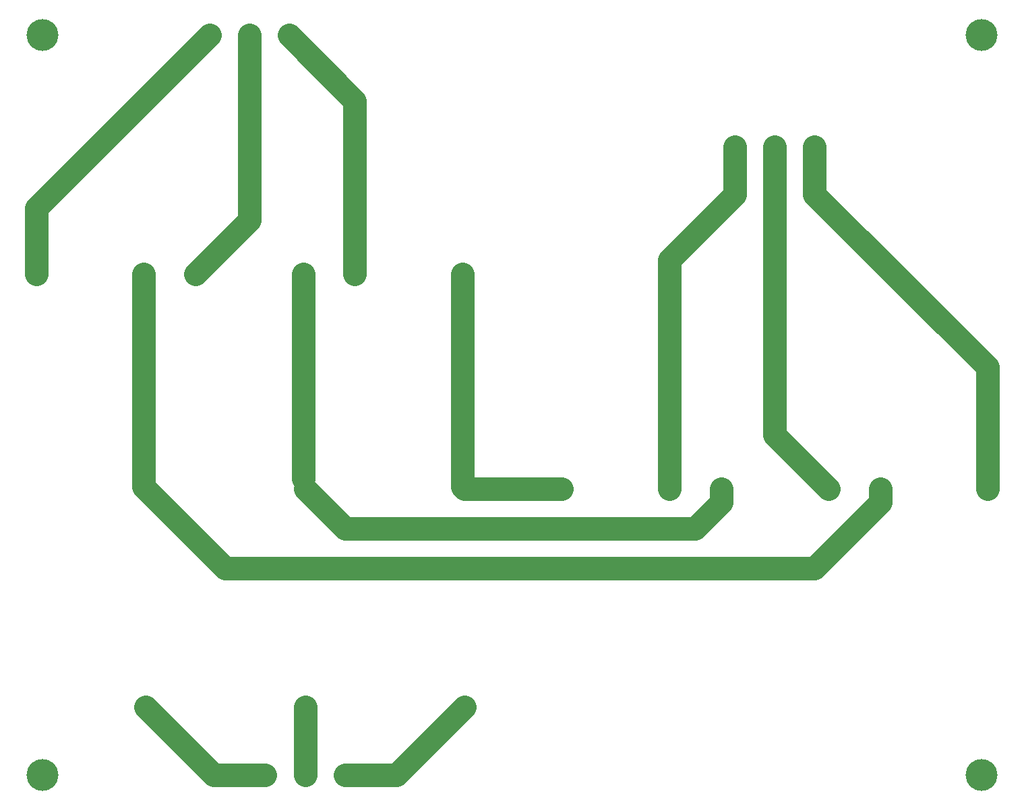
<source format=gbr>
G04*
G04 #@! TF.GenerationSoftware,Altium Limited,Altium Designer,22.11.1 (43)*
G04*
G04 Layer_Physical_Order=2*
G04 Layer_Color=16711680*
%FSLAX44Y44*%
%MOMM*%
G71*
G04*
G04 #@! TF.SameCoordinates,9DE1D1F1-ACE2-480E-964F-C4974E268BAB*
G04*
G04*
G04 #@! TF.FilePolarity,Positive*
G04*
G01*
G75*
%ADD10C,3.0000*%
%ADD11C,4.0000*%
%ADD12C,1.8000*%
%ADD13R,1.8000X1.8000*%
%ADD14C,1.7000*%
D10*
X1210000Y2010000D02*
Y2070000D01*
X1310000Y2010000D02*
Y2070000D01*
X1310000Y1540000D02*
X1392500Y1622500D01*
Y1640000D01*
X570000Y1540000D02*
X1310000D01*
X720000Y1590000D02*
X1160000D01*
X1192500Y1622500D01*
Y1640000D01*
X1527500D02*
Y1792500D01*
X1310000Y2010000D02*
X1527500Y1792500D01*
X1260000Y2070000D02*
X1260000Y1707500D01*
X1327500Y1640000D01*
X1127500Y1927500D02*
X1210000Y2010000D01*
X1127500Y1640000D02*
Y1927500D01*
X470000Y1640000D02*
X570000Y1540000D01*
X467500Y1642500D02*
X470000Y1640000D01*
X670000D02*
X720000Y1590000D01*
X867500Y1642500D02*
X870000Y1640000D01*
X992500D01*
X555000Y1280000D02*
X620000D01*
X470000Y1365000D02*
X555000Y1280000D01*
X785000D02*
X870000Y1365000D01*
X720000Y1280000D02*
X785000D01*
X670000D02*
Y1365000D01*
X867500Y1642500D02*
Y1910000D01*
X467500Y1642500D02*
Y1910000D01*
X667500Y1652500D02*
Y1910000D01*
X650000Y2210000D02*
X732500Y2127500D01*
Y1910000D02*
Y2127500D01*
X600000Y1977500D02*
Y2210000D01*
X532500Y1910000D02*
X600000Y1977500D01*
X332500Y1992500D02*
X550000Y2210000D01*
X332500Y1910000D02*
Y1992500D01*
D11*
X1520000Y1280000D02*
D03*
X340000D02*
D03*
Y2210000D02*
D03*
X1520000D02*
D03*
D12*
X550000D02*
D03*
X600000D02*
D03*
X670000Y1280000D02*
D03*
X720000D02*
D03*
X1260000Y2070000D02*
D03*
X1210000D02*
D03*
D13*
X650000Y2210000D02*
D03*
X620000Y1280000D02*
D03*
X1310000Y2070000D02*
D03*
D14*
X1127500Y1640000D02*
D03*
X992500D02*
D03*
X867500Y1910000D02*
D03*
X732500D02*
D03*
X1327500Y1640000D02*
D03*
X1192500D02*
D03*
X667500Y1910000D02*
D03*
X532500D02*
D03*
X1527500Y1640000D02*
D03*
X1392500D02*
D03*
X467500Y1910000D02*
D03*
X332500D02*
D03*
X870000Y1640000D02*
D03*
Y1365000D02*
D03*
X670000Y1640000D02*
D03*
Y1365000D02*
D03*
X470000Y1640000D02*
D03*
Y1365000D02*
D03*
M02*

</source>
